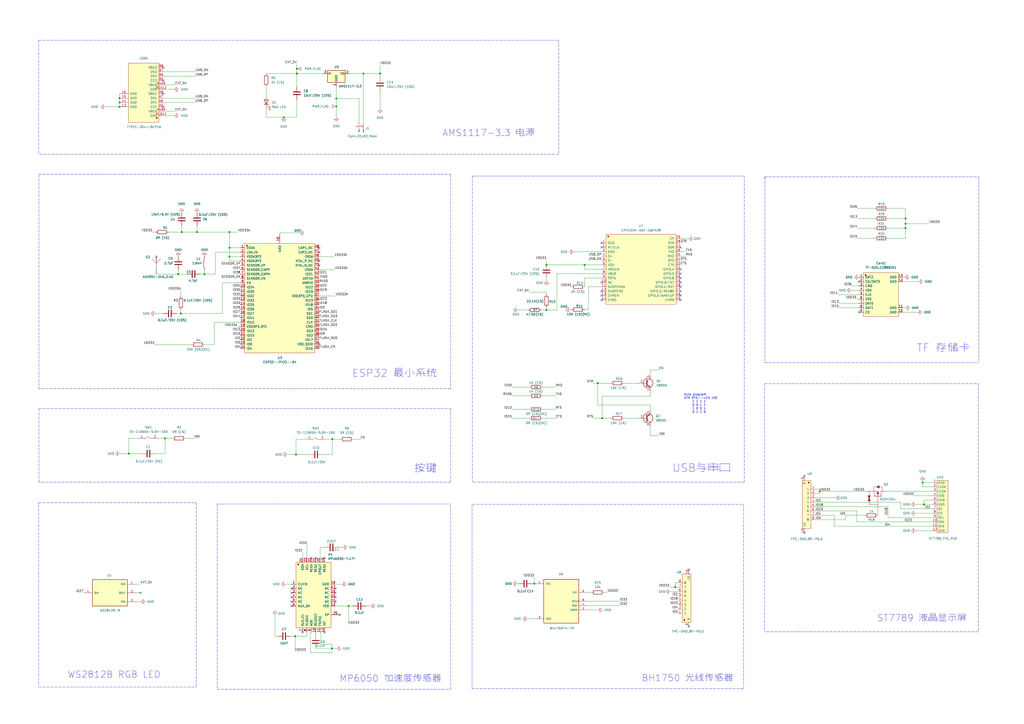
<source format=kicad_sch>
(kicad_sch (version 20211123) (generator eeschema)
  (paper "A2")
  (title_block (title "Egret") (date "2022-06-13") (rev "Hank") (company "www.UinIO.com"))
  (lib_symbols
    (symbol "CP2102N-A02-GQFN28_1" (pin_names (offset 1.016))
      (property "Reference" "U" (at 0 22.8854 0))
      (property "Value" "CP2102N-A02-GQFN28_1" (at 0 27.9908 0))
      (symbol "CP2102N-A02-GQFN28_1_1_1"
        (pin input line (at -22.86 15.24 0) (length 2.54) (name "DCD") (number "1"))
        (pin input line (at -22.86 -7.62 0) (length 2.54) (name "NC") (number "10"))
        (pin input line (at -22.86 -10.16 0) (length 2.54) (name "SUSPENDb") (number "11"))
        (pin input line (at -22.86 -12.7 0) (length 2.54) (name "SUSPEND") (number "12"))
        (pin input line (at -22.86 -15.24 0) (length 2.54) (name "CHREN") (number "13"))
        (pin input line (at -22.86 -17.78 0) (length 2.54) (name "CHR1") (number "14"))
        (pin input line (at 22.86 -17.78 180) (length 2.54) (name "CHR0") (number "15"))
        (pin input line (at 22.86 -15.24 180) (length 2.54) (name "GPIO.3/WAKEUP") (number "16"))
        (pin input line (at 22.86 -12.7 180) (length 2.54) (name "GPIO.2/RS485") (number "17"))
        (pin input line (at 22.86 -10.16 180) (length 2.54) (name "GPIO.1/RXT") (number "18"))
        (pin input line (at 22.86 -7.62 180) (length 2.54) (name "GPIO.0/TXT") (number "19"))
        (pin input line (at -22.86 12.7 0) (length 2.54) (name "RI/CLK") (number "2"))
        (pin input line (at 22.86 -5.08 180) (length 2.54) (name "GPIO.6") (number "20"))
        (pin input line (at 22.86 -2.54 180) (length 2.54) (name "GPIO.5") (number "21"))
        (pin input line (at 22.86 0 180) (length 2.54) (name "GPIO.4") (number "22"))
        (pin input line (at 22.86 2.54 180) (length 2.54) (name "CTS") (number "23"))
        (pin input line (at 22.86 5.08 180) (length 2.54) (name "RTS") (number "24"))
        (pin input line (at 22.86 7.62 180) (length 2.54) (name "RXD") (number "25"))
        (pin input line (at 22.86 10.16 180) (length 2.54) (name "TXD") (number "26"))
        (pin input line (at 22.86 12.7 180) (length 2.54) (name "DSR") (number "27"))
        (pin input line (at 22.86 15.24 180) (length 2.54) (name "DTR") (number "28"))
        (pin input line (at 22.86 17.78 180) (length 2.54) (name "EP") (number "29"))
        (pin input line (at -22.86 10.16 0) (length 2.54) (name "GND") (number "3"))
        (pin input line (at -22.86 7.62 0) (length 2.54) (name "D+") (number "4"))
        (pin input line (at -22.86 5.08 0) (length 2.54) (name "D-") (number "5"))
        (pin input line (at -22.86 2.54 0) (length 2.54) (name "VDD") (number "6"))
        (pin input line (at -22.86 0 0) (length 2.54) (name "VREGIN") (number "7"))
        (pin input line (at -22.86 -2.54 0) (length 2.54) (name "VBUS") (number "8"))
        (pin input line (at -22.86 -5.08 0) (length 2.54) (name "RSTb") (number "9"))
      )
    )
    (symbol "Connector:Conn_01x02_Male" (pin_names (offset 1.016) hide)
      (property "Reference" "J" (at 0 2.54 0))
      (property "Value" "Conn_01x02_Male" (at 0 -5.08 0))
      (symbol "Conn_01x02_Male_1_1"
        (pin passive line (at 5.08 0 180) (length 3.81) (name "Pin_1") (number "1"))
        (pin passive line (at 5.08 -2.54 180) (length 3.81) (name "Pin_2") (number "2"))
      )
    )
    (symbol "Device:C" (pin_numbers hide) (pin_names (offset 0.254))
      (property "Reference" "C" (at 0.635 2.54 0))
      (property "Value" "C" (at 0.635 -2.54 0))
      (symbol "C_1_1"
        (pin passive line (at 0 3.81 270) (length 2.794) (name "~") (number "1"))
        (pin passive line (at 0 -3.81 90) (length 2.794) (name "~") (number "2"))
      )
    )
    (symbol "Device:L" (pin_numbers hide) (pin_names (offset 1.016) hide)
      (property "Reference" "L" (at -1.27 0 90))
      (property "Value" "L" (at 1.905 0 90))
      (symbol "L_1_1"
        (pin passive line (at 0 3.81 270) (length 1.27) (name "1") (number "1"))
        (pin passive line (at 0 -3.81 90) (length 1.27) (name "2") (number "2"))
      )
    )
    (symbol "Device:LED" (pin_numbers hide) (pin_names (offset 1.016) hide)
      (property "Reference" "D" (at 0 2.54 0))
      (property "Value" "LED" (at 0 -2.54 0))
      (symbol "LED_1_1"
        (pin passive line (at -3.81 0 0) (length 2.54) (name "K") (number "1"))
        (pin passive line (at 3.81 0 180) (length 2.54) (name "A") (number "2"))
      )
    )
    (symbol "Device:R" (pin_numbers hide) (pin_names (offset 0))
      (property "Reference" "R" (at 2.032 0 90))
      (property "Value" "R" (at 0 0 90))
      (symbol "R_1_1"
        (pin passive line (at 0 3.81 270) (length 1.27) (name "~") (number "1"))
        (pin passive line (at 0 -3.81 90) (length 1.27) (name "~") (number "2"))
      )
    )
    (symbol "MPU6050-YJLTY_1" (pin_names (offset 1.016))
      (property "Reference" "U" (at 0 24.7396 0))
      (property "Value" "MPU6050-YJLTY_1" (at 0 29.8196 0))
      (symbol "MPU6050-YJLTY_1_1_1"
        (pin input line (at -12.7 6.35 0) (length 2.54) (name "CLKIN") (number "1"))
        (pin input line (at 1.27 -21.59 90) (length 2.54) (name "REGOUT") (number "10"))
        (pin input line (at 3.81 -21.59 90) (length 2.54) (name "FSYNC") (number "11"))
        (pin input line (at 6.35 -21.59 90) (length 2.54) (name "INT") (number "12"))
        (pin input line (at 12.7 -6.35 180) (length 2.54) (name "VDD") (number "13"))
        (pin input line (at 12.7 -3.81 180) (length 2.54) (name "NC") (number "14"))
        (pin input line (at 12.7 -1.27 180) (length 2.54) (name "NC") (number "15"))
        (pin input line (at 12.7 1.27 180) (length 2.54) (name "NC") (number "16"))
        (pin input line (at 12.7 3.81 180) (length 2.54) (name "NC") (number "17"))
        (pin input line (at 12.7 6.35 180) (length 2.54) (name "GND") (number "18"))
        (pin input line (at 6.35 21.59 270) (length 2.54) (name "RESV") (number "19"))
        (pin input line (at -12.7 3.81 0) (length 2.54) (name "NC") (number "2"))
        (pin input line (at 3.81 21.59 270) (length 2.54) (name "CPOUT") (number "20"))
        (pin input line (at 1.27 21.59 270) (length 2.54) (name "RESV") (number "21"))
        (pin input line (at -1.27 21.59 270) (length 2.54) (name "RESV") (number "22"))
        (pin input line (at -3.81 21.59 270) (length 2.54) (name "SCL") (number "23"))
        (pin input line (at -6.35 21.59 270) (length 2.54) (name "SDA") (number "24"))
        (pin input line (at 15.24 -11.43 180) (length 5.08) (name "EP") (number "25"))
        (pin input line (at -12.7 1.27 0) (length 2.54) (name "NC") (number "3"))
        (pin input line (at -12.7 -1.27 0) (length 2.54) (name "NC") (number "4"))
        (pin input line (at -12.7 -3.81 0) (length 2.54) (name "NC") (number "5"))
        (pin input line (at -12.7 -6.35 0) (length 2.54) (name "AUX_DA") (number "6"))
        (pin input line (at -6.35 -21.59 90) (length 2.54) (name "AUX_CL") (number "7"))
        (pin input line (at -3.81 -21.59 90) (length 2.54) (name "VLOGIC") (number "8"))
        (pin input line (at -1.27 -21.59 90) (length 2.54) (name "AD0") (number "9"))
      )
    )
    (symbol "Regulator_Linear:AMS1117-3.3" (pin_names (offset 0.254))
      (property "Reference" "U" (at -3.81 3.175 0))
      (property "Value" "AMS1117-3.3" (at 0 3.175 0))
      (symbol "AMS1117-3.3_1_1"
        (pin power_in line (at 0 -7.62 90) (length 2.54) (name "GND") (number "1"))
        (pin power_out line (at 7.62 0 180) (length 2.54) (name "VO") (number "2"))
        (pin power_in line (at -7.62 0 0) (length 2.54) (name "VI") (number "3"))
      )
    )
    (symbol "TYPEC-304J-BCP16_1" (pin_names (offset 1.016))
      (property "Reference" "USB" (at 0 19.05 0))
      (property "Value" "TYPEC-304J-BCP16_1" (at 0 24.13 0))
      (symbol "TYPEC-304J-BCP16_1_1_1"
        (pin input line (at 12.7 7.62 180) (length 5.08) (name "GND") (number "13"))
        (pin input line (at 12.7 5.08 180) (length 5.08) (name "GND") (number "14"))
        (pin input line (at 12.7 2.54 180) (length 5.08) (name "GND") (number "15"))
        (pin input line (at 12.7 0 180) (length 5.08) (name "GND") (number "16"))
        (pin input line (at -12.7 12.7 0) (length 2.54) (name "GND") (number "A1B12"))
        (pin input line (at -12.7 10.16 0) (length 2.54) (name "VBUS") (number "A4B9"))
        (pin input line (at -12.7 7.62 0) (length 2.54) (name "CC1") (number "A5"))
        (pin input line (at -12.7 5.08 0) (length 2.54) (name "DP1") (number "A6"))
        (pin input line (at -12.7 2.54 0) (length 2.54) (name "DN1") (number "A7"))
        (pin input line (at -12.7 0 0) (length 2.54) (name "SBU1") (number "A8"))
        (pin input line (at -12.7 -2.54 0) (length 2.54) (name "GND") (number "B1A12"))
        (pin input line (at -12.7 -5.08 0) (length 2.54) (name "VBUS") (number "B4A9"))
        (pin input line (at -12.7 -7.62 0) (length 2.54) (name "CC2") (number "B5"))
        (pin input line (at -12.7 -10.16 0) (length 2.54) (name "DP2") (number "B6"))
        (pin input line (at -12.7 -12.7 0) (length 2.54) (name "DN2") (number "B7"))
        (pin input line (at -12.7 -15.24 0) (length 2.54) (name "SBU2") (number "B8"))
      )
    )
    (symbol "Transistor_BJT:S8050" (pin_names (offset 0) hide)
      (property "Reference" "Q" (at 5.08 1.905 0))
      (property "Value" "S8050" (at 5.08 0 0))
      (symbol "S8050_1_1"
        (pin passive line (at 2.54 -5.08 90) (length 2.54) (name "E") (number "1"))
        (pin input line (at -5.08 0 0) (length 5.08) (name "B") (number "2"))
        (pin passive line (at 2.54 5.08 270) (length 2.54) (name "C") (number "3"))
      )
    )
    (symbol "Uinika:AN2051-245_2.4G" (pin_numbers hide) (pin_names (offset 1.016) hide)
      (property "Reference" "U?" (at 3.556 2.5401 0))
      (property "Value" "AN2051-245_2.4G" (at -25.273 -6.35 0))
      (symbol "AN2051-245_2.4G_1_1"
        (pin input line (at 0 -5.08 90) (length 2.54) (name "ANT") (number "1"))
        (pin input line (at 0 5.08 270) (length 2.54) (name "2") (number "2"))
      )
    )
    (symbol "Uinika:AO3415AL" (pin_numbers hide) (pin_names (offset 1.016) hide)
      (property "Reference" "Q" (at 0 7.874 0))
      (property "Value" "AO3415AL" (at 0 12.954 0))
      (symbol "AO3415AL_1_1"
        (pin input line (at -10.16 0 0) (length 2.032) (name "G") (number "1"))
        (pin input line (at 0 -7.62 90) (length 2.54) (name "S") (number "2"))
        (pin input line (at 0 5.08 270) (length 2.54) (name "D") (number "3"))
      )
    )
    (symbol "Uinika:BH1750FVI-TR" (pin_names (offset 1.016))
      (property "Reference" "U" (at -10.1854 13.462 0))
      (property "Value" "BH1750FVI-TR" (at -9.9314 -15.24 0))
      (symbol "BH1750FVI-TR_0_0"
        (pin power_in line (at 15.24 10.16 180) (length 5.08) (name "VCC") (number "1"))
        (pin input line (at -15.24 -5.08 0) (length 5.08) (name "ADDR") (number "2"))
        (pin power_in line (at 15.24 -10.16 180) (length 5.08) (name "GND") (number "3"))
        (pin bidirectional line (at -15.24 -2.54 0) (length 5.08) (name "SDA") (number "4"))
        (pin input line (at -15.24 5.08 0) (length 5.08) (name "DVI") (number "5"))
        (pin input clock (at -15.24 0 0) (length 5.08) (name "SCL") (number "6"))
      )
    )
    (symbol "Uinika:ESP32--PICO--D4" (pin_names (offset 1.016))
      (property "Reference" "U" (at 0 39.878 0))
      (property "Value" "ESP32--PICO--D4" (at 0 44.958 0))
      (symbol "ESP32--PICO--D4_1_1"
        (pin input line (at -22.86 29.21 0) (length 2.54) (name "VDDA") (number "1"))
        (pin input line (at -22.86 6.35 0) (length 2.54) (name "IO34") (number "10"))
        (pin input line (at -22.86 3.81 0) (length 2.54) (name "IO35") (number "11"))
        (pin input line (at -22.86 1.27 0) (length 2.54) (name "IO32") (number "12"))
        (pin input line (at -22.86 -1.27 0) (length 2.54) (name "IO33") (number "13"))
        (pin input line (at -22.86 -3.81 0) (length 2.54) (name "IO25") (number "14"))
        (pin input line (at -22.86 -6.35 0) (length 2.54) (name "IO26") (number "15"))
        (pin input line (at -22.86 -8.89 0) (length 2.54) (name "IO27") (number "16"))
        (pin input line (at -22.86 -11.43 0) (length 2.54) (name "IO14") (number "17"))
        (pin input line (at -22.86 -13.97 0) (length 2.54) (name "IO12") (number "18"))
        (pin input line (at -22.86 -16.51 0) (length 2.54) (name "VDD3P3_RTC") (number "19"))
        (pin input line (at -22.86 26.67 0) (length 2.54) (name "LNA_IN") (number "2"))
        (pin input line (at -22.86 -19.05 0) (length 2.54) (name "IO13") (number "20"))
        (pin input line (at -22.86 -21.59 0) (length 2.54) (name "IO15") (number "21"))
        (pin input line (at -22.86 -24.13 0) (length 2.54) (name "IO2") (number "22"))
        (pin input line (at -22.86 -26.67 0) (length 2.54) (name "IO0") (number "23"))
        (pin input line (at -22.86 -29.21 0) (length 2.54) (name "IO4") (number "24"))
        (pin input line (at 22.86 -29.21 180) (length 2.54) (name "IO16") (number "25"))
        (pin input line (at 22.86 -26.67 180) (length 2.54) (name "VDD_SDIO") (number "26"))
        (pin input line (at 22.86 -24.13 180) (length 2.54) (name "IO17") (number "27"))
        (pin input line (at 22.86 -21.59 180) (length 2.54) (name "SD2") (number "28"))
        (pin input line (at 22.86 -19.05 180) (length 2.54) (name "SD3") (number "29"))
        (pin input line (at -22.86 24.13 0) (length 2.54) (name "VDDA3P3") (number "3"))
        (pin input line (at 22.86 -16.51 180) (length 2.54) (name "CMD") (number "30"))
        (pin input line (at 22.86 -13.97 180) (length 2.54) (name "CLK") (number "31"))
        (pin input line (at 22.86 -11.43 180) (length 2.54) (name "SD0") (number "32"))
        (pin input line (at 22.86 -8.89 180) (length 2.54) (name "SD1") (number "33"))
        (pin input line (at 22.86 -6.35 180) (length 2.54) (name "IO5") (number "34"))
        (pin input line (at 22.86 -3.81 180) (length 2.54) (name "IO18") (number "35"))
        (pin input line (at 22.86 -1.27 180) (length 2.54) (name "IO23") (number "36"))
        (pin input line (at 22.86 1.27 180) (length 2.54) (name "VDD3P3_CPU") (number "37"))
        (pin input line (at 22.86 3.81 180) (length 2.54) (name "IO19") (number "38"))
        (pin input line (at 22.86 6.35 180) (length 2.54) (name "IO22") (number "39"))
        (pin input line (at -22.86 21.59 0) (length 2.54) (name "VDDA3P3") (number "4"))
        (pin input line (at 22.86 8.89 180) (length 2.54) (name "U0RXD") (number "40"))
        (pin input line (at 22.86 11.43 180) (length 2.54) (name "U0TXD") (number "41"))
        (pin input line (at 22.86 13.97 180) (length 2.54) (name "IO21") (number "42"))
        (pin input line (at 22.86 16.51 180) (length 2.54) (name "VDDA") (number "43"))
        (pin input line (at 22.86 19.05 180) (length 2.54) (name "XTAL_N_NC") (number "44"))
        (pin input line (at 22.86 21.59 180) (length 2.54) (name "XTAL_P_NC") (number "45"))
        (pin input line (at 22.86 24.13 180) (length 2.54) (name "VDDA") (number "46"))
        (pin input line (at 22.86 26.67 180) (length 2.54) (name "CAP2_NC") (number "47"))
        (pin input line (at 22.86 29.21 180) (length 2.54) (name "CAP1_NC") (number "48"))
        (pin input line (at 0 36.83 270) (length 5.08) (name "GND") (number "49"))
        (pin input line (at -22.86 19.05 0) (length 2.54) (name "SENSOR_VP") (number "5"))
        (pin input line (at -22.86 16.51 0) (length 2.54) (name "SENSOR_CAPP") (number "6"))
        (pin input line (at -22.86 13.97 0) (length 2.54) (name "SENSOR_CAPN") (number "7"))
        (pin input line (at -22.86 11.43 0) (length 2.54) (name "SENSOR_VN") (number "8"))
        (pin input line (at -22.86 8.89 0) (length 2.54) (name "EN") (number "9"))
      )
    )
    (symbol "Uinika:FPC-SMD_8P-P0.5" (pin_names (offset 1.016))
      (property "Reference" "U" (at 0 19.431 0))
      (property "Value" "FPC-SMD_8P-P0.5" (at 0 24.511 0))
      (symbol "FPC-SMD_8P-P0.5_1_1"
        (pin input line (at -3.81 8.89 0) (length 2.54) (name "1") (number "1"))
        (pin input line (at 2.54 -16.51 90) (length 2.54) (name "10") (number "10"))
        (pin input line (at -3.81 6.35 0) (length 2.54) (name "2") (number "2"))
        (pin input line (at -3.81 3.81 0) (length 2.54) (name "3") (number "3"))
        (pin input line (at -3.81 1.27 0) (length 2.54) (name "4") (number "4"))
        (pin input line (at -3.81 -1.27 0) (length 2.54) (name "5") (number "5"))
        (pin input line (at -3.81 -3.81 0) (length 2.54) (name "6") (number "6"))
        (pin input line (at -3.81 -6.35 0) (length 2.54) (name "7") (number "7"))
        (pin input line (at -3.81 -8.89 0) (length 2.54) (name "8") (number "8"))
        (pin input line (at 2.54 16.51 270) (length 2.54) (name "9") (number "9"))
      )
    )
    (symbol "Uinika:ST7789_FPC_PAD"
      (property "Reference" "U" (at -5.08 -11.43 0))
      (property "Value" "ST7789_FPC_PAD" (at -1.27 -45.72 0))
      (symbol "ST7789_FPC_PAD_1_1"
        (pin input line (at -7.62 -13.97 0) (length 2.54) (name "GND") (number "1"))
        (pin input line (at -7.62 -36.83 0) (length 2.54) (name "SDA") (number "10"))
        (pin input line (at -7.62 -39.37 0) (length 2.54) (name "RES") (number "11"))
        (pin input line (at -7.62 -41.91 0) (length 2.54) (name "GND") (number "12"))
        (pin input line (at -7.62 -16.51 0) (length 2.54) (name "LEDK") (number "2"))
        (pin input line (at -7.62 -19.05 0) (length 2.54) (name "LEDA") (number "3"))
        (pin input line (at -7.62 -21.59 0) (length 2.54) (name "VDD") (number "4"))
        (pin input line (at -7.62 -24.13 0) (length 2.54) (name "GND") (number "5"))
        (pin input line (at -7.62 -26.67 0) (length 2.54) (name "GND") (number "6"))
        (pin input line (at -7.62 -29.21 0) (length 2.54) (name "DC") (number "7"))
        (pin input line (at -7.62 -31.75 0) (length 2.54) (name "CS") (number "8"))
        (pin input line (at -7.62 -34.29 0) (length 2.54) (name "SCL") (number "9"))
      )
    )
    (symbol "Uinika:TD-1106SN-5.0H-160" (pin_names (offset 1.016) hide)
      (property "Reference" "SW" (at 0 5.1562 0))
      (property "Value" "TD-1106SN-5.0H-160" (at 0 10.2362 0))
      (symbol "TD-1106SN-5.0H-160_1_1"
        (pin input line (at -5.08 0 0) (length 2.54) (name "1") (number "1"))
        (pin input line (at 5.08 0 180) (length 2.54) (name "2") (number "2"))
      )
    )
    (symbol "Uinika:TF-02A_C2889261" (pin_names (offset 1.016))
      (property "Reference" "Card" (at 0 15.24 0))
      (property "Value" "TF-02A_C2889261" (at 0 20.32 0))
      (symbol "TF-02A_C2889261_1_1"
        (pin input line (at -12.7 10.16 0) (length 2.54) (name "DAT2") (number "1"))
        (pin input line (at 12.7 -10.16 180) (length 2.54) (name "GND") (number "10"))
        (pin input line (at 12.7 -7.62 180) (length 2.54) (name "GND") (number "11"))
        (pin input line (at 12.7 7.62 180) (length 2.54) (name "GND") (number "12"))
        (pin input line (at 12.7 10.16 180) (length 2.54) (name "GND") (number "13"))
        (pin input line (at -12.7 7.62 0) (length 2.54) (name "CD/DAT3") (number "2"))
        (pin input line (at -12.7 5.08 0) (length 2.54) (name "CMD") (number "3"))
        (pin input line (at -12.7 2.54 0) (length 2.54) (name "VDD") (number "4"))
        (pin input line (at -12.7 0 0) (length 2.54) (name "CLK") (number "5"))
        (pin input line (at -12.7 -2.54 0) (length 2.54) (name "VSS") (number "6"))
        (pin input line (at -12.7 -5.08 0) (length 2.54) (name "DAT0") (number "7"))
        (pin input line (at -12.7 -7.62 0) (length 2.54) (name "DAT1") (number "8"))
        (pin input line (at -12.7 -10.16 0) (length 2.54) (name "CD") (number "9"))
      )
    )
    (symbol "Uinika:WS2812B-B" (pin_names (offset 1.016))
      (property "Reference" "U" (at -10.16 8.128 0))
      (property "Value" "WS2812B-B" (at -10.16 -10.16 0))
      (symbol "WS2812B-B_0_0"
        (pin power_in line (at 15.24 5.08 180) (length 5.08) (name "VDD") (number "1"))
        (pin output line (at 15.24 0 180) (length 5.08) (name "DOUT") (number "2"))
        (pin power_in line (at 15.24 -5.08 180) (length 5.08) (name "VSS") (number "3"))
        (pin input line (at -15.24 0 0) (length 5.08) (name "DIN") (number "4"))
      )
    )
    (symbol "power:GND" (power) (pin_names (offset 0))
      (property "Value" "GND" (at 0 -3.81 0))
      (symbol "GND_1_1"
        (pin power_in line (at 0 0 270) (length 0) hide (name "GND") (number "1"))
      )
    )
    (symbol "power:PWR_FLAG" (power) (pin_numbers hide) (pin_names (offset 0) hide)
      (property "Value" "PWR_FLAG" (at 0 3.81 0))
      (symbol "PWR_FLAG_0_0"
        (pin power_out line (at 0 0 90) (length 0) (name "pwr") (number "1"))
      )
    )
  )
  (junction (at 525.272 126.746))
  (junction (at 202.184 351.536))
  (junction (at 172.212 39.878))
  (junction (at 195.072 57.15))
  (junction (at 535.178 279.908))
  (junction (at 171.196 369.062))
  (junction (at 339.09 153.67))
  (junction (at 133.096 148.844))
  (junction (at 104.902 181.864))
  (junction (at 525.272 129.794))
  (junction (at 69.342 61.976))
  (junction (at 69.342 59.436))
  (junction (at 210.82 42.672))
  (junction (at 118.618 159.004))
  (junction (at 133.096 134.62))
  (junction (at 192.532 376.174))
  (junction (at 95.758 254.254))
  (junction (at 69.342 56.896))
  (junction (at 349.25 242.57))
  (junction (at 105.41 134.62))
  (junction (at 195.072 61.722))
  (junction (at 74.676 263.144))
  (junction (at 172.212 42.672))
  (junction (at 309.88 338.582))
  (junction (at 164.592 68.072))
  (junction (at 391.668 340.614))
  (junction (at 192.786 254.762))
  (junction (at 114.3 134.62))
  (junction (at 171.704 263.652))
  (junction (at 346.71 222.25))
  (junction (at 133.096 143.764))
  (junction (at 103.378 159.004))
  (junction (at 475.488 284.988))
  (junction (at 525.272 132.334))
  (junction (at 316.992 179.832))
  (junction (at 316.992 153.67))
  (junction (at 220.472 42.672))
  (junction (at 535.94 292.608))
  (no_connect (at 348.996 171.45))
  (no_connect (at 194.564 348.996))
  (no_connect (at 94.742 61.976))
  (no_connect (at 180.594 323.596))
  (no_connect (at 498.348 181.102))
  (no_connect (at 94.742 46.736))
  (no_connect (at 188.214 323.596))
  (no_connect (at 498.348 163.322))
  (no_connect (at 348.996 168.91))
  (no_connect (at 94.742 39.116))
  (no_connect (at 394.716 171.45))
  (no_connect (at 394.716 143.51))
  (no_connect (at 348.996 140.97))
  (no_connect (at 169.164 343.916))
  (no_connect (at 90.678 148.844))
  (no_connect (at 348.996 173.99))
  (no_connect (at 188.214 366.776))
  (no_connect (at 399.542 363.474))
  (no_connect (at 185.166 151.384))
  (no_connect (at 81.534 343.916))
  (no_connect (at 169.164 351.536))
  (no_connect (at 394.716 166.37))
  (no_connect (at 185.166 153.924))
  (no_connect (at 348.996 163.83))
  (no_connect (at 348.996 143.51))
  (no_connect (at 185.166 199.644))
  (no_connect (at 466.598 309.118))
  (no_connect (at 394.716 163.83))
  (no_connect (at 466.598 276.098))
  (no_connect (at 399.542 330.454))
  (no_connect (at 183.134 323.596))
  (no_connect (at 394.716 156.21))
  (no_connect (at 169.164 348.996))
  (no_connect (at 194.564 346.456))
  (no_connect (at 394.716 173.99))
  (no_connect (at 197.104 356.616))
  (no_connect (at 175.514 366.776))
  (no_connect (at 194.564 341.376))
  (no_connect (at 194.564 343.916))
  (no_connect (at 185.166 146.304))
  (no_connect (at 394.716 158.75))
  (no_connect (at 394.716 161.29))
  (no_connect (at 94.742 54.356))
  (no_connect (at 394.716 168.91))
  (no_connect (at 169.164 341.376))
  (no_connect (at 169.164 346.456))
  (no_connect (at 185.166 143.764))
  (wire (pts (xy 391.668 340.614) (xy 393.192 340.614)))
  (wire (pts (xy 180.086 366.776) (xy 180.086 378.714)))
  (wire (pts (xy 195.072 61.722) (xy 195.072 67.818)))
  (wire (pts (xy 316.992 150.622) (xy 316.992 153.67)))
  (wire (pts (xy 185.166 148.844) (xy 194.056 148.844)))
  (wire (pts (xy 472.948 291.338) (xy 522.478 291.338)))
  (wire (pts (xy 104.902 168.402) (xy 104.902 171.958)))
  (wire (pts (xy 349.25 242.57) (xy 349.25 229.87)))
  (wire (pts (xy 535.178 279.908) (xy 541.02 279.908)))
  (wire (pts (xy 114.3 134.62) (xy 105.41 134.62)))
  (wire (pts (xy 94.742 64.516) (xy 101.6 64.516)))
  (wire (pts (xy 185.166 156.464) (xy 194.31 156.464)))
  (wire (pts (xy 178.054 366.776) (xy 178.054 369.062)))
  (wire (pts (xy 210.82 42.672) (xy 220.472 42.672)))
  (wire (pts (xy 522.478 291.338) (xy 522.478 295.148)))
  (wire (pts (xy 118.618 159.004) (xy 116.078 159.004)))
  (wire (pts (xy 525.272 129.794) (xy 525.272 132.334)))
  (wire (pts (xy 192.786 263.652) (xy 192.786 254.762)))
  (wire (pts (xy 314.706 237.49) (xy 322.326 237.49)))
  (wire (pts (xy 186.182 366.776) (xy 186.182 373.634)))
  (polyline (pts (xy 92.71 291.592) (xy 113.792 291.592)))
  (wire (pts (xy 171.196 369.062) (xy 171.196 377.952)))
  (wire (pts (xy 535.178 279.908) (xy 535.178 279.146)))
  (wire (pts (xy 394.716 146.05) (xy 397.764 146.05)))
  (wire (pts (xy 316.992 161.29) (xy 316.992 162.814)))
  (wire (pts (xy 339.09 156.21) (xy 348.996 156.21)))
  (wire (pts (xy 531.368 297.688) (xy 541.02 297.688)))
  (wire (pts (xy 541.02 282.448) (xy 535.178 282.448)))
  (polyline (pts (xy 22.352 23.368) (xy 324.104 23.368)))
  (wire (pts (xy 532.13 181.102) (xy 523.748 181.102)))
  (wire (pts (xy 486.664 176.022) (xy 498.348 176.022)))
  (wire (pts (xy 377.19 234.95) (xy 377.19 237.49)))
  (polyline (pts (xy 22.606 101.092) (xy 261.366 101.092)))
  (wire (pts (xy 475.488 284.988) (xy 501.65 284.988)))
  (wire (pts (xy 339.09 161.29) (xy 339.09 166.37)))
  (wire (pts (xy 124.968 159.004) (xy 124.968 146.304)))
  (wire (pts (xy 202.184 351.536) (xy 204.724 351.536)))
  (wire (pts (xy 183.134 376.174) (xy 192.532 376.174)))
  (wire (pts (xy 192.532 376.174) (xy 195.072 376.174)))
  (polyline (pts (xy 22.352 398.526) (xy 92.71 398.526)))
  (wire (pts (xy 188.214 254.762) (xy 192.786 254.762)))
  (wire (pts (xy 535.94 292.608) (xy 541.02 292.608)))
  (polyline (pts (xy 125.984 292.354) (xy 261.366 292.354)))
  (wire (pts (xy 524.764 160.782) (xy 523.748 160.782)))
  (wire (pts (xy 515.112 120.904) (xy 525.272 120.904)))
  (wire (pts (xy 74.676 263.144) (xy 82.296 263.144)))
  (wire (pts (xy 296.926 237.49) (xy 307.086 237.49)))
  (polyline (pts (xy 261.366 101.092) (xy 261.366 225.552)))
  (wire (pts (xy 133.096 134.62) (xy 137.922 134.62)))
  (wire (pts (xy 133.096 134.62) (xy 133.096 143.764)))
  (wire (pts (xy 359.41 348.742) (xy 340.868 348.742)))
  (wire (pts (xy 309.88 334.772) (xy 309.88 338.582)))
  (wire (pts (xy 525.272 138.176) (xy 515.112 138.176)))
  (wire (pts (xy 178.054 315.976) (xy 178.054 323.596)))
  (wire (pts (xy 61.214 61.976) (xy 69.342 61.976)))
  (wire (pts (xy 186.182 373.634) (xy 192.532 373.634)))
  (wire (pts (xy 195.072 57.15) (xy 195.072 61.722)))
  (wire (pts (xy 346.71 222.25) (xy 346.71 234.95)))
  (wire (pts (xy 94.742 181.864) (xy 90.17 181.864)))
  (polyline (pts (xy 567.436 222.504) (xy 567.436 366.522)))
  (wire (pts (xy 296.926 224.536) (xy 307.086 224.536)))
  (wire (pts (xy 114.3 134.62) (xy 133.096 134.62)))
  (wire (pts (xy 490.474 301.498) (xy 490.474 298.958)))
  (wire (pts (xy 341.376 166.37) (xy 348.996 166.37)))
  (wire (pts (xy 525.272 126.746) (xy 525.272 129.794)))
  (wire (pts (xy 139.446 148.844) (xy 133.096 148.844)))
  (wire (pts (xy 192.786 254.762) (xy 197.358 254.762)))
  (wire (pts (xy 78.994 348.996) (xy 81.534 348.996)))
  (wire (pts (xy 388.874 343.154) (xy 393.192 343.154)))
  (wire (pts (xy 377.19 217.17) (xy 377.19 214.63)))
  (wire (pts (xy 349.25 242.57) (xy 354.33 242.57)))
  (wire (pts (xy 187.198 263.652) (xy 192.786 263.652)))
  (polyline (pts (xy 328.422 292.608) (xy 273.812 292.608)))
  (wire (pts (xy 94.742 41.656) (xy 113.284 41.656)))
  (wire (pts (xy 139.446 189.484) (xy 137.668 189.484)))
  (wire (pts (xy 114.3 134.62) (xy 114.3 131.064)))
  (polyline (pts (xy 443.738 102.616) (xy 567.69 102.616)))
  (wire (pts (xy 185.674 323.596) (xy 185.674 317.5)))
  (wire (pts (xy 316.992 169.418) (xy 316.992 170.688)))
  (polyline (pts (xy 125.984 292.354) (xy 125.984 399.796)))
  (wire (pts (xy 202.692 42.672) (xy 210.82 42.672)))
  (wire (pts (xy 377.19 214.63) (xy 382.27 214.63)))
  (wire (pts (xy 497.078 296.418) (xy 497.078 302.768)))
  (wire (pts (xy 323.088 158.75) (xy 323.088 179.832)))
  (wire (pts (xy 212.344 351.536) (xy 214.884 351.536)))
  (wire (pts (xy 159.512 369.062) (xy 159.512 356.87)))
  (wire (pts (xy 316.992 153.67) (xy 339.09 153.67)))
  (wire (pts (xy 377.19 252.73) (xy 382.27 252.73)))
  (wire (pts (xy 296.926 229.616) (xy 307.086 229.616)))
  (wire (pts (xy 69.342 54.356) (xy 69.342 56.896)))
  (wire (pts (xy 348.996 158.75) (xy 323.088 158.75)))
  (polyline (pts (xy 92.71 398.526) (xy 113.792 398.526)))
  (wire (pts (xy 178.054 369.062) (xy 171.196 369.062)))
  (wire (pts (xy 525.272 129.794) (xy 538.988 129.794)))
  (wire (pts (xy 69.596 263.144) (xy 74.676 263.144)))
  (wire (pts (xy 300.482 179.832) (xy 306.324 179.832)))
  (wire (pts (xy 346.71 353.822) (xy 340.868 353.822)))
  (polyline (pts (xy 22.352 291.592) (xy 22.352 292.608)))
  (polyline (pts (xy 22.606 101.092) (xy 22.606 225.552)))
  (wire (pts (xy 162.306 135.128) (xy 162.306 136.144)))
  (polyline (pts (xy 261.366 279.654) (xy 22.606 279.654)))
  (wire (pts (xy 472.948 301.498) (xy 490.474 301.498)))
  (polyline (pts (xy 567.69 102.616) (xy 567.69 210.312)))
  (wire (pts (xy 180.086 366.776) (xy 180.594 366.776)))
  (wire (pts (xy 391.668 338.074) (xy 393.192 338.074)))
  (wire (pts (xy 309.88 338.582) (xy 308.61 338.582)))
  (wire (pts (xy 195.072 50.292) (xy 195.072 57.15)))
  (wire (pts (xy 361.95 242.57) (xy 369.57 242.57)))
  (wire (pts (xy 196.088 317.5) (xy 198.628 317.5)))
  (wire (pts (xy 497.332 138.176) (xy 507.492 138.176)))
  (wire (pts (xy 391.668 338.074) (xy 391.668 340.614)))
  (wire (pts (xy 133.096 148.844) (xy 133.096 151.384)))
  (wire (pts (xy 172.212 68.072) (xy 164.592 68.072)))
  (wire (pts (xy 124.968 146.304) (xy 139.446 146.304)))
  (wire (pts (xy 475.488 286.258) (xy 472.948 286.258)))
  (wire (pts (xy 388.366 340.614) (xy 391.668 340.614)))
  (polyline (pts (xy 328.422 292.608) (xy 431.292 292.608)))
  (wire (pts (xy 485.902 170.942) (xy 498.348 170.942)))
  (wire (pts (xy 483.87 298.958) (xy 483.87 305.308)))
  (wire (pts (xy 164.592 68.072) (xy 154.432 68.072)))
  (wire (pts (xy 313.944 179.832) (xy 316.992 179.832)))
  (wire (pts (xy 129.032 164.084) (xy 129.032 181.864)))
  (wire (pts (xy 522.478 295.148) (xy 541.02 295.148)))
  (wire (pts (xy 346.71 234.95) (xy 377.19 234.95)))
  (wire (pts (xy 377.19 229.87) (xy 377.19 227.33)))
  (wire (pts (xy 497.332 132.334) (xy 507.492 132.334)))
  (wire (pts (xy 515.112 132.334) (xy 525.272 132.334)))
  (wire (pts (xy 535.94 290.068) (xy 535.94 292.608)))
  (wire (pts (xy 185.166 171.704) (xy 194.564 171.704)))
  (wire (pts (xy 342.9 343.662) (xy 340.868 343.662)))
  (polyline (pts (xy 567.436 366.522) (xy 443.484 366.522)))
  (wire (pts (xy 94.742 56.896) (xy 113.284 56.896)))
  (polyline (pts (xy 324.104 89.408) (xy 22.352 89.408)))
  (wire (pts (xy 515.112 126.746) (xy 525.272 126.746)))
  (wire (pts (xy 166.878 263.652) (xy 171.704 263.652)))
  (wire (pts (xy 352.298 343.662) (xy 350.52 343.662)))
  (wire (pts (xy 377.19 247.65) (xy 377.19 252.73)))
  (wire (pts (xy 105.41 134.62) (xy 105.41 131.064)))
  (wire (pts (xy 394.716 148.59) (xy 397.764 148.59)))
  (polyline (pts (xy 22.606 236.982) (xy 22.606 279.654)))
  (wire (pts (xy 296.926 242.57) (xy 307.086 242.57)))
  (wire (pts (xy 88.392 134.62) (xy 90.17 134.62)))
  (wire (pts (xy 171.196 369.062) (xy 168.656 369.062)))
  (wire (pts (xy 220.472 52.832) (xy 220.472 62.992)))
  (polyline (pts (xy 443.738 102.616) (xy 443.738 210.312)))
  (wire (pts (xy 316.992 179.832) (xy 323.088 179.832)))
  (wire (pts (xy 497.332 120.904) (xy 507.492 120.904)))
  (polyline (pts (xy 113.792 291.592) (xy 113.792 398.526)))
  (wire (pts (xy 202.184 351.536) (xy 202.184 362.204)))
  (wire (pts (xy 74.676 254.254) (xy 74.676 263.144)))
  (wire (pts (xy 194.564 351.536) (xy 202.184 351.536)))
  (wire (pts (xy 185.674 317.5) (xy 188.468 317.5)))
  (wire (pts (xy 535.178 282.448) (xy 535.178 279.908)))
  (wire (pts (xy 332.994 146.05) (xy 348.996 146.05)))
  (wire (pts (xy 514.35 284.988) (xy 541.02 284.988)))
  (wire (pts (xy 95.758 263.144) (xy 95.758 254.254)))
  (wire (pts (xy 105.41 134.62) (xy 97.79 134.62)))
  (polyline (pts (xy 22.606 236.982) (xy 261.366 236.982)))
  (wire (pts (xy 472.948 296.418) (xy 497.078 296.418)))
  (wire (pts (xy 69.342 59.436) (xy 69.342 61.976)))
  (wire (pts (xy 186.182 366.776) (xy 185.674 366.776)))
  (wire (pts (xy 339.09 153.67) (xy 348.996 153.67)))
  (wire (pts (xy 171.704 263.652) (xy 179.578 263.652)))
  (wire (pts (xy 394.716 138.43) (xy 399.288 138.43)))
  (wire (pts (xy 89.916 263.144) (xy 95.758 263.144)))
  (wire (pts (xy 314.706 242.57) (xy 322.326 242.57)))
  (wire (pts (xy 208.28 71.374) (xy 208.28 57.15)))
  (polyline (pts (xy 273.812 292.608) (xy 273.812 399.542)))
  (wire (pts (xy 154.432 68.072) (xy 154.432 62.992)))
  (wire (pts (xy 314.706 224.536) (xy 322.326 224.536)))
  (wire (pts (xy 515.112 293.878) (xy 515.112 300.228)))
  (wire (pts (xy 316.992 178.308) (xy 316.992 179.832)))
  (wire (pts (xy 532.638 163.322) (xy 523.748 163.322)))
  (wire (pts (xy 208.28 57.15) (xy 195.072 57.15)))
  (polyline (pts (xy 443.738 102.616) (xy 443.738 103.886)))
  (wire (pts (xy 475.488 283.718) (xy 475.488 284.988)))
  (polyline (pts (xy 443.484 222.504) (xy 567.436 222.504)))
  (wire (pts (xy 472.948 293.878) (xy 515.112 293.878)))
  (wire (pts (xy 486.664 178.562) (xy 498.348 178.562)))
  (wire (pts (xy 103.378 159.004) (xy 90.678 159.004)))
  (wire (pts (xy 162.306 135.128) (xy 173.736 135.128)))
  (wire (pts (xy 154.432 42.672) (xy 172.212 42.672)))
  (wire (pts (xy 161.036 369.062) (xy 159.512 369.062)))
  (wire (pts (xy 172.212 37.084) (xy 172.212 39.878)))
  (wire (pts (xy 316.992 169.418) (xy 306.832 169.418)))
  (wire (pts (xy 361.95 222.25) (xy 369.57 222.25)))
  (wire (pts (xy 104.902 181.864) (xy 129.032 181.864)))
  (polyline (pts (xy 443.484 222.504) (xy 443.484 366.522)))
  (wire (pts (xy 95.758 254.254) (xy 100.076 254.254)))
  (wire (pts (xy 515.112 300.228) (xy 541.02 300.228)))
  (wire (pts (xy 78.994 343.916) (xy 81.534 343.916)))
  (wire (pts (xy 78.994 338.836) (xy 81.534 338.836)))
  (wire (pts (xy 339.09 161.29) (xy 348.996 161.29)))
  (wire (pts (xy 172.212 57.912) (xy 172.212 68.072)))
  (wire (pts (xy 494.03 168.402) (xy 498.348 168.402)))
  (wire (pts (xy 472.948 298.958) (xy 483.87 298.958)))
  (wire (pts (xy 133.096 143.764) (xy 139.446 143.764)))
  (polyline (pts (xy 261.366 236.982) (xy 261.366 279.654)))
  (wire (pts (xy 490.474 298.958) (xy 501.65 298.958)))
  (wire (pts (xy 154.432 50.292) (xy 154.432 55.372)))
  (wire (pts (xy 472.948 283.718) (xy 475.488 283.718)))
  (wire (pts (xy 530.098 287.528) (xy 541.02 287.528)))
  (polyline (pts (xy 22.352 292.608) (xy 22.352 398.018)))
  (wire (pts (xy 310.388 338.582) (xy 309.88 338.582)))
  (wire (pts (xy 359.41 351.282) (xy 340.868 351.282)))
  (wire (pts (xy 310.388 358.902) (xy 306.07 358.902)))
  (polyline (pts (xy 22.352 291.592) (xy 92.71 291.592)))
  (polyline (pts (xy 261.366 225.552) (xy 22.606 225.552)))
  (wire (pts (xy 112.522 254.254) (xy 107.696 254.254)))
  (wire (pts (xy 531.368 292.608) (xy 535.94 292.608)))
  (wire (pts (xy 525.018 178.562) (xy 523.748 178.562)))
  (wire (pts (xy 209.042 254.762) (xy 204.978 254.762)))
  (polyline (pts (xy 274.066 102.108) (xy 274.066 279.654)))
  (polyline (pts (xy 273.812 399.542) (xy 328.422 399.542)))
  (polyline (pts (xy 261.366 399.796) (xy 261.366 292.354)))
  (wire (pts (xy 124.206 186.944) (xy 124.206 199.898)))
  (wire (pts (xy 180.086 378.714) (xy 192.532 378.714)))
  (wire (pts (xy 104.902 179.578) (xy 104.902 181.864)))
  (wire (pts (xy 349.25 229.87) (xy 377.19 229.87)))
  (wire (pts (xy 497.332 126.746) (xy 507.492 126.746)))
  (polyline (pts (xy 125.984 399.796) (xy 261.366 399.796)))
  (wire (pts (xy 69.342 56.896) (xy 69.342 59.436)))
  (polyline (pts (xy 443.738 210.312) (xy 567.69 210.312)))
  (wire (pts (xy 165.862 338.836) (xy 169.164 338.836)))
  (wire (pts (xy 133.096 143.764) (xy 133.096 148.844)))
  (wire (pts (xy 89.662 199.898) (xy 110.998 199.898)))
  (wire (pts (xy 94.742 44.196) (xy 113.284 44.196)))
  (wire (pts (xy 192.532 373.634) (xy 192.532 376.174)))
  (wire (pts (xy 94.742 67.056) (xy 100.838 67.056)))
  (wire (pts (xy 139.446 186.944) (xy 124.206 186.944)))
  (wire (pts (xy 108.458 159.004) (xy 103.378 159.004)))
  (polyline (pts (xy 431.8 279.654) (xy 274.066 279.654)))
  (wire (pts (xy 94.742 51.816) (xy 100.838 51.816)))
  (wire (pts (xy 339.09 153.67) (xy 339.09 156.21)))
  (wire (pts (xy 103.378 159.004) (xy 103.378 156.464)))
  (wire (pts (xy 497.078 302.768) (xy 541.02 302.768)))
  (polyline (pts (xy 431.8 102.108) (xy 431.8 279.654)))
  (wire (pts (xy 171.704 254.762) (xy 171.704 263.652)))
  (wire (pts (xy 339.09 179.578) (xy 341.376 179.578)))
  (wire (pts (xy 172.212 42.672) (xy 187.452 42.672)))
  (wire (pts (xy 496.824 173.482) (xy 498.348 173.482)))
  (wire (pts (xy 314.706 229.616) (xy 322.326 229.616)))
  (wire (pts (xy 344.17 222.25) (xy 346.71 222.25)))
  (polyline (pts (xy 431.292 399.542) (xy 328.422 399.542)))
  (wire (pts (xy 344.17 242.57) (xy 349.25 242.57)))
  (polyline (pts (xy 22.352 23.368) (xy 22.352 89.408)))
  (wire (pts (xy 139.446 164.084) (xy 129.032 164.084)))
  (wire (pts (xy 220.472 37.592) (xy 220.472 42.672)))
  (wire (pts (xy 220.472 42.672) (xy 220.472 45.212)))
  (wire (pts (xy 183.134 366.776) (xy 183.134 368.554)))
  (wire (pts (xy 484.632 288.798) (xy 472.948 288.798)))
  (wire (pts (xy 483.87 305.308) (xy 541.02 305.308)))
  (wire (pts (xy 494.03 165.862) (xy 498.348 165.862)))
  (wire (pts (xy 74.676 254.254) (xy 81.026 254.254)))
  (wire (pts (xy 118.618 159.004) (xy 124.968 159.004)))
  (wire (pts (xy 172.212 39.878) (xy 172.212 42.672)))
  (wire (pts (xy 171.704 254.762) (xy 178.054 254.762)))
  (wire (pts (xy 94.742 49.276) (xy 101.6 49.276)))
  (wire (pts (xy 475.488 284.988) (xy 475.488 286.258)))
  (wire (pts (xy 118.618 199.898) (xy 124.206 199.898)))
  (wire (pts (xy 198.12 338.836) (xy 194.564 338.836)))
  (polyline (pts (xy 431.292 292.608) (xy 431.292 399.542)))
  (wire (pts (xy 509.27 295.148) (xy 509.27 298.958)))
  (wire (pts (xy 341.376 166.37) (xy 341.376 179.578)))
  (wire (pts (xy 102.362 181.864) (xy 104.902 181.864)))
  (wire (pts (xy 525.272 120.904) (xy 525.272 126.746)))
  (polyline (pts (xy 274.066 102.108) (xy 431.8 102.108)))
  (wire (pts (xy 192.532 376.174) (xy 192.532 378.714)))
  (wire (pts (xy 531.368 307.848) (xy 541.02 307.848)))
  (wire (pts (xy 300.99 338.582) (xy 300.228 338.582)))
  (wire (pts (xy 525.272 132.334) (xy 525.272 138.176)))
  (wire (pts (xy 139.446 151.384) (xy 133.096 151.384)))
  (polyline (pts (xy 324.104 23.368) (xy 324.104 89.408)))
  (wire (pts (xy 91.186 254.254) (xy 95.758 254.254)))
  (wire (pts (xy 118.618 159.004) (xy 118.618 156.464)))
  (wire (pts (xy 346.71 222.25) (xy 354.33 222.25)))
  (wire (pts (xy 175.514 320.294) (xy 175.514 323.596)))
  (wire (pts (xy 94.742 59.436) (xy 113.284 59.436)))
  (wire (pts (xy 330.962 179.578) (xy 331.47 179.578)))
  (wire (pts (xy 172.212 42.672) (xy 172.212 50.292)))
  (wire (pts (xy 541.02 290.068) (xy 535.94 290.068)))
  (wire (pts (xy 210.82 71.374) (xy 210.82 42.672)))
  (text "USB与串口" (at 389.89 274.32 0) (effects (font (size 4.572 4.572)) (justify left bottom)))
  (text "Auto program\nDTR RTS-->EN IO0\n     1 1 1 1\n     0 0 1 1\n     1 0 0 1\n     0 1 1 0" (at 396.6972 239.9284 0) (effects (font (size 1.27 1.27)) (justify left bottom)))
  (text "WS2812B RGB LED" (at 39.116 393.7 0) (effects (font (size 3.81 3.81)) (justify left bottom)))
  (text "TF 存储卡" (at 531.622 204.724 0) (effects (font (size 4.572 4.572)) (justify left bottom)))
  (text "AMS1117-3.3 电源" (at 256.54 79.502 0) (effects (font (size 3.81 3.81)) (justify left bottom)))
  (text "MP6050 加速度传感器" (at 196.85 395.986 0) (effects (font (size 3.81 3.81)) (justify left bottom)))
  (text "ST7789 液晶显示屏" (at 508.762 360.934 0) (effects (font (size 3.81 3.81)) (justify left bottom)))
  (text "BH1750 光线传感器" (at 372.11 395.732 0) (effects (font (size 3.81 3.81)) (justify left bottom)))
  (text "ESP32 最小系统\n" (at 204.216 219.202 0) (effects (font (size 4.318 4.318)) (justify left bottom)))
  (text "按键" (at 240.03 274.574 0) (effects (font (size 4.572 4.572)) (justify left bottom)))
  (label "VDD33A" (at 137.668 189.484 180))
  (label "IO15" (at 486.664 178.562 180))
  (label "IO18" (at 515.112 294.386 270))
  (label "IO5" (at 490.474 298.958 180))
  (label "VDD33" (at 475.488 284.988 0))
  (label "VDD33" (at 331.47 166.37 180))
  (label "IO38" (at 139.446 159.004 180))
  (label "IO2" (at 139.446 197.104 180))
  (label "IO4" (at 516.382 305.308 180))
  (label "EXT_5V" (at 81.534 338.836 0))
  (label "IO33" (at 359.41 348.742 0))
  (label "IO4" (at 393.192 353.314 180))
  (label "IO26" (at 494.03 165.862 180))
  (label "IO33" (at 139.446 174.244 180))
  (label "IO15" (at 497.332 138.176 180))
  (label "VDD33" (at 202.184 362.204 0))
  (label "IO13" (at 139.446 192.024 180))
  (label "IO27" (at 48.514 343.916 180))
  (label "IO23" (at 472.948 296.418 0))
  (label "RXD" (at 322.326 224.536 0))
  (label "IO13" (at 497.332 126.746 180))
  (label "TXD0" (at 185.166 161.544 0))
  (label "SENSOR_VP" (at 139.446 153.924 180))
  (label "RXD0" (at 185.166 164.084 0))
  (label "FLASH_SD2" (at 185.166 189.484 0))
  (label "IO5" (at 185.166 179.324 0))
  (label "EN" (at 209.042 254.762 0))
  (label "EXT_5V" (at 101.6 49.276 0))
  (label "IO14" (at 139.446 184.404 180))
  (label "RTS" (at 344.17 242.57 180))
  (label "IO5" (at 472.948 301.498 0))
  (label "IO13" (at 486.664 176.022 180))
  (label "IO19" (at 185.166 169.164 0))
  (label "IO21" (at 185.166 159.004 0))
  (label "VDD33" (at 88.392 134.62 180))
  (label "FLASH_SD1" (at 185.166 181.864 0))
  (label "VDD33" (at 220.472 37.592 0))
  (label "IO10" (at 185.166 192.024 0))
  (label "VDD33" (at 530.098 287.528 180))
  (label "IO23" (at 529.082 302.768 180))
  (label "IO15" (at 296.926 242.57 180))
  (label "IO37" (at 139.446 156.464 180))
  (label "CTS" (at 394.716 153.67 0))
  (label "VDD33A" (at 194.056 148.844 0))
  (label "FLASH_SD0" (at 185.166 197.104 0))
  (label "IO32" (at 359.41 351.282 0))
  (label "EXT_5V" (at 172.212 37.084 180))
  (label "IO5" (at 393.192 355.854 180))
  (label "VDD33" (at 496.824 173.482 180))
  (label "IO4" (at 472.948 298.958 0))
  (label "USB_DP" (at 113.284 59.436 0))
  (label "VDD33" (at 538.988 129.794 0))
  (label "IO23" (at 185.166 174.244 0))
  (label "IO0" (at 139.446 199.644 180))
  (label "VDD33" (at 89.662 199.898 180))
  (label "DTR" (at 394.716 140.97 0))
  (label "RTS" (at 394.716 151.13 0))
  (label "USB_DN" (at 348.996 151.13 180))
  (label "IO25" (at 139.446 176.784 180))
  (label "FLASH_SD3" (at 185.166 184.404 0))
  (label "IO27" (at 139.446 181.864 180))
  (label "USB_DN" (at 113.284 56.896 0))
  (label "VDD33A" (at 194.564 171.704 0))
  (label "USB_DP" (at 113.284 44.196 0))
  (label "VDD33" (at 352.298 343.662 0))
  (label "IO26" (at 497.332 120.904 180))
  (label "TXD" (at 322.326 229.616 0))
  (label "VDD33" (at 501.396 284.988 180))
  (label "VDD33" (at 388.366 340.614 180))
  (label "VDD33A" (at 137.922 134.62 0))
  (label "RXD" (at 397.764 148.59 0))
  (label "IO0" (at 112.522 254.254 0))
  (label "IO33" (at 178.054 315.976 180))
  (label "IO13" (at 296.926 237.49 180))
  (label "IO18" (at 393.192 348.234 180))
  (label "IO9" (at 185.166 194.564 0))
  (label "FLASH_CLK" (at 185.166 186.944 0))
  (label "EN" (at 382.27 214.63 0))
  (label "IO14" (at 497.332 132.334 180))
  (label "VDD33" (at 316.992 150.622 180))
  (label "IO23" (at 393.192 350.774 180))
  (label "IO14" (at 485.902 170.942 180))
  (label "DTR" (at 344.17 222.25 180))
  (label "SENSOR_VN" (at 139.446 161.544 180))
  (label "USB_DN" (at 113.284 41.656 0))
  (label "FLASH_CS" (at 185.166 202.184 0))
  (label "IO34" (at 139.446 166.624 180))
  (label "IO0" (at 382.27 252.73 0))
  (label "IO26" (at 139.446 179.324 180))
  (label "IO15" (at 139.446 194.564 180))
  (label "TXD0" (at 296.926 224.536 180))
  (label "IO18" (at 185.166 176.784 0))
  (label "IO22" (at 185.166 166.624 0))
  (label "VDD33A" (at 104.902 168.402 180))
  (label "VDD33A" (at 194.31 156.464 0))
  (label "EXT_5V" (at 306.832 169.418 180))
  (label "IO2" (at 393.192 345.694 180))
  (label "IO32" (at 139.446 171.704 180))
  (label "IO18" (at 472.948 293.878 0))
  (label "EXT_5V" (at 101.6 64.516 0))
  (label "VDD33" (at 171.196 377.952 0))
  (label "IO2" (at 539.75 295.148 180))
  (label "RTS" (at 322.326 237.49 0))
  (label "IO32" (at 175.514 320.294 180))
  (label "CTS" (at 322.326 242.57 0))
  (label "IO35" (at 139.446 169.164 180))
  (label "IO2" (at 472.948 291.338 0))
  (label "USB_DP" (at 348.996 148.59 180))
  (label "VDD33" (at 309.88 334.772 180))
  (label "RXD0" (at 296.926 229.616 180))
  (label "IO4" (at 139.446 202.184 180))
  (label "TXD" (at 397.764 146.05 0))
  (symbol (lib_id "Device:R") (at 346.71 343.662 90) (mirror x) (unit 1)
    (property "Reference" "R15" (at 346.71 337.947 90))
    (property "Value" "10k" (at 346.71 340.487 90))
    (property "Footprint" "Resistor_SMD:R_0603_1608Metric" (effects hide))
  )
  (symbol (lib_id "power:GND") (at 532.13 181.102 90) (unit 1)
    (property "Reference" "#PWR039" (effects hide))
    (property "Value" "GND" (at 535.94 181.1019 90) (effects (justify right)))
  )
  (symbol (lib_id "power:GND") (at 531.368 307.848 270) (unit 1)
    (property "Reference" "#PWR038" (effects hide))
    (property "Value" "GND" (at 523.748 307.848 90) (effects (justify left)))
  )
  (symbol (lib_id "power:GND") (at 300.482 179.832 270) (mirror x) (unit 1)
    (property "Reference" "#PWR023" (effects hide))
    (property "Value" "GND" (at 297.18 182.3212 90) (effects (justify left)))
  )
  (symbol (lib_id "Uinika:WS2812B-B") (at 63.754 343.916 0) (unit 1)
    (property "Reference" "U1" (at 63.5 333.756 0))
    (property "Value" "WS2812B-B" (at 63.754 354.076 0))
    (property "Footprint" "Uinika.Footprint:LED_WS2812B-B" (effects hide))
    (property "PARTREV" "5" (effects hide))
    (property "STANDARD" "Manufacturer Recommendations" (effects hide))
    (property "MAXIMUM_PACKAGE_HIEGHT" "1.62 mm" (effects hide))
    (property "MANUFACTURER" "Worldsemi" (effects hide))
  )
  (symbol (lib_id "power:GND") (at 61.214 61.976 270) (unit 1)
    (property "Reference" "#PWR01" (effects hide))
    (property "Value" "GND" (at 56.896 61.9759 90) (effects (justify right)))
  )
  (symbol (lib_id "Uinika:ST7789_FPC_PAD") (at 548.64 265.938 0) (unit 1)
    (property "Reference" "U10" (at 543.306 276.86 0) (effects (justify left)))
    (property "Value" "ST7789_FPC_PAD" (at 538.734 312.42 0) (effects (justify left)))
    (property "Footprint" "Uinika.Footprint:ST7789-FPC-PAD" (effects hide))
  )
  (symbol (lib_id "Uinika:FPC-SMD_8P-P0.5") (at 397.002 346.964 0) (mirror x) (unit 1)
    (property "Reference" "U8" (at 392.43 331.978 0) (effects (justify left)))
    (property "Value" "FPC-SMD_8P-P0.5" (at 389.636 366.268 0) (effects (justify left)))
    (property "Footprint" "Uinika.Footprint:FPC-SMD_8P-P0.5_C9900011879" (effects hide))
    (property "SuppliersPartNumber" "C9900011879" (effects hide))
    (property "uuid" "std:ded756c1a4944eb6a18660aa3f59834a" (effects hide))
  )
  (symbol (lib_id "Device:R") (at 358.14 242.57 270) (unit 1)
    (property "Reference" "R17" (at 357.124 240.03 90) (effects (justify left)))
    (property "Value" "10K (1%)" (at 354.076 245.364 90) (effects (justify left)))
    (property "Footprint" "Resistor_SMD:R_0603_1608Metric" (effects hide))
  )
  (symbol (lib_id "power:GND") (at 165.862 338.836 270) (unit 1)
    (property "Reference" "#PWR013" (effects hide))
    (property "Value" "GND" (at 158.242 338.836 90) (effects (justify left)))
  )
  (symbol (lib_id "Device:C") (at 304.8 338.582 270) (mirror x) (unit 1)
    (property "Reference" "C14" (at 307.594 342.9 90))
    (property "Value" "0.1uF" (at 302.768 342.9 90))
    (property "Footprint" "Capacitor_SMD:C_0603_1608Metric" (effects hide))
  )
  (symbol (lib_id "power:GND") (at 306.07 358.902 270) (mirror x) (unit 1)
    (property "Reference" "#PWR024" (effects hide))
    (property "Value" "GND" (at 302.26 358.9019 90) (effects (justify right)))
  )
  (symbol (lib_id "Device:L") (at 118.618 152.654 180) (unit 1)
    (property "Reference" "L1" (at 116.332 150.114 0) (effects (justify left)))
    (property "Value" "1.6nH" (at 117.094 152.654 0) (effects (justify left)))
    (property "Footprint" "Inductor_SMD:L_0603_1608Metric" (effects hide))
  )
  (symbol (lib_id "power:GND") (at 498.348 160.782 270) (unit 1)
    (property "Reference" "#PWR033" (effects hide))
    (property "Value" "GND" (at 494.538 160.7819 90) (effects (justify right)))
  )
  (symbol (lib_id "Device:C") (at 164.846 369.062 270) (unit 1)
    (property "Reference" "C7" (at 164.846 364.998 90))
    (property "Value" "10nF" (at 164.846 373.126 90))
    (property "Footprint" "Capacitor_SMD:C_0603_1608Metric" (effects hide))
  )
  (symbol (lib_id "power:GND") (at 388.874 343.154 270) (unit 1)
    (property "Reference" "#PWR029" (effects hide))
    (property "Value" "GND" (at 386.08 343.154 90) (effects (justify right)))
  )
  (symbol (lib_id "power:GND") (at 100.838 51.816 90) (unit 1)
    (property "Reference" "#PWR05" (effects hide))
    (property "Value" "GND" (at 104.902 51.8159 90) (effects (justify right)))
  )
  (symbol (lib_id "Device:C") (at 316.992 157.48 0) (mirror y) (unit 1)
    (property "Reference" "C15" (at 312.928 156.2099 0) (effects (justify left)))
    (property "Value" "0.1uF{slash}25V (10%)" (at 312.928 158.7499 0) (effects (justify left)))
    (property "Footprint" "Capacitor_SMD:C_0603_1608Metric" (effects hide))
  )
  (symbol (lib_name "TYPEC-304J-BCP16_1") (lib_id "Uinika:TYPEC-304J-BCP16") (at 82.042 54.356 180) (unit 1)
    (property "Reference" "USB1" (at 83.566 33.782 0))
    (property "Value" "TYPEC-304J-BCP16" (at 83.566 73.66 0))
    (property "Footprint" "Uinika.Footprint:USB-C-SMD_TYPEC-304J-BCP16" (effects hide))
    (property "SuppliersPartNumber" "C2835315" (effects hide))
    (property "uuid" "std:a4a246a50f944769b2896c50f579360f" (effects hide))
  )
  (symbol (lib_id "Device:C") (at 220.472 49.022 0) (unit 1)
    (property "Reference" "C13" (at 224.282 47.7519 0) (effects (justify left)))
    (property "Value" "10uF{slash}25V (10%)" (at 224.282 50.2919 0) (effects (justify left)))
    (property "Footprint" "Capacitor_SMD:C_0603_1608Metric" (effects hide))
  )
  (symbol (lib_id "Device:R") (at 310.896 237.49 90) (unit 1)
    (property "Reference" "R10" (at 310.896 237.744 90))
    (property "Value" "0R (1%)(NC)" (at 311.15 240.03 90))
    (property "Footprint" "Resistor_SMD:R_0603_1608Metric" (effects hide))
  )
  (symbol (lib_id "Device:R") (at 93.98 134.62 270) (unit 1)
    (property "Reference" "R1" (at 95.885 132.08 90))
    (property "Value" "0R (1%)" (at 94.234 137.922 90))
    (property "Footprint" "Resistor_SMD:R_0603_1608Metric" (effects hide))
  )
  (symbol (lib_id "Device:C") (at 192.278 317.5 90) (unit 1)
    (property "Reference" "C11" (at 194.818 318.77 90))
    (property "Value" "2.2nF" (at 192.278 313.944 90))
    (property "Footprint" "Capacitor_SMD:C_0603_1608Metric" (effects hide))
  )
  (symbol (lib_id "Uinika:TF-02A_C2889261") (at 511.048 170.942 0) (unit 1)
    (property "Reference" "Card1" (at 511.048 152.654 0))
    (property "Value" "TF-02A_C2889261" (at 511.048 155.194 0))
    (property "Footprint" "Uinika.Footprint:TF-SMD_TF-02" (effects hide))
    (property "SuppliersPartNumber" "C2889261" (effects hide))
    (property "uuid" "std:d296a76a79c743a0bd4ab3714a928763" (effects hide))
  )
  (symbol (lib_id "power:PWR_FLAG") (at 195.072 61.722 90) (unit 1)
    (property "Reference" "#FLG02" (effects hide))
    (property "Value" "PWR_FLAG" (at 190.754 61.7219 90) (effects (justify left)))
  )
  (symbol (lib_id "power:GND") (at 198.12 338.836 90) (unit 1)
    (property "Reference" "#PWR018" (effects hide))
    (property "Value" "GND" (at 201.93 338.8359 90) (effects (justify right)))
  )
  (symbol (lib_id "power:GND") (at 81.534 348.996 90) (unit 1)
    (property "Reference" "#PWR03" (effects hide))
    (property "Value" "GND" (at 85.344 348.9959 90) (effects (justify right)))
  )
  (symbol (lib_id "Device:LED") (at 154.432 59.182 90) (unit 1)
    (property "Reference" "D1" (at 157.734 59.4994 90) (effects (justify right)))
    (property "Value" "Red LED" (at 157.734 62.0394 90) (effects (justify right)))
    (property "Footprint" "LED_SMD:LED_0603_1608Metric" (effects hide))
  )
  (symbol (lib_id "power:GND") (at 532.638 163.322 90) (unit 1)
    (property "Reference" "#PWR040" (effects hide))
    (property "Value" "GND" (at 536.448 163.3219 90) (effects (justify right)))
  )
  (symbol (lib_id "power:GND") (at 494.03 168.402 270) (unit 1)
    (property "Reference" "#PWR032" (effects hide))
    (property "Value" "GND" (at 486.664 168.402 90) (effects (justify left)))
  )
  (symbol (lib_id "Uinika:ESP32--PICO--D4") (at 162.306 172.974 0) (unit 1)
    (property "Reference" "U3" (at 162.306 207.518 0))
    (property "Value" "ESP32--PICO--D4" (at 162.306 210.058 0))
    (property "Footprint" "Uinika.Footprint:QFN-48_L7.0-W7.0-P0.50-BL-EP5.4" (effects hide))
    (property "SuppliersPartNumber" "C9900003630" (effects hide))
    (property "uuid" "std:25a6733124ab434cb0efd53c1be814bf" (effects hide))
  )
  (symbol (lib_id "Device:R") (at 505.46 298.958 270) (unit 1)
    (property "Reference" "R18" (at 507.492 301.498 90) (effects (justify right)))
    (property "Value" "1k" (at 506.73 296.672 90) (effects (justify right)))
    (property "Footprint" "Resistor_SMD:R_0603_1608Metric" (effects hide))
  )
  (symbol (lib_id "power:GND") (at 100.838 67.056 90) (unit 1)
    (property "Reference" "#PWR06" (effects hide))
    (property "Value" "GND" (at 104.902 67.0559 90) (effects (justify right)))
  )
  (symbol (lib_id "power:GND") (at 346.71 353.822 90) (mirror x) (unit 1)
    (property "Reference" "#PWR028" (effects hide))
    (property "Value" "GND" (at 350.52 353.8219 90) (effects (justify right)))
  )
  (symbol (lib_id "Uinika:BH1750FVI-TR") (at 325.628 348.742 0) (mirror y) (unit 1)
    (property "Reference" "U6" (at 325.374 332.994 0))
    (property "Value" "BH1750FVI-TR" (at 325.882 364.49 0))
    (property "Footprint" "Uinika.Footprint:XDCR_BH1750FVI-TR" (effects hide))
    (property "MANUFACTURER" "Rohm" (effects hide))
    (property "MAXIMUM_PACKAGE_HEIGHT" "0.75mm" (effects hide))
    (property "PARTREV" "D" (effects hide))
    (property "STANDARD" "Manufacturer recommendations" (effects hide))
  )
  (symbol (lib_id "Regulator_Linear:AMS1117-3.3") (at 195.072 42.672 0) (unit 1)
    (property "Reference" "U5" (at 195.326 38.862 0))
    (property "Value" "AMS1117-3.3" (at 203.2 50.038 0))
    (property "Footprint" "Uinika.Footprint:SOT-23-3_L2.9-W1.6-P1.90-LS2.9-BL" (effects hide))
    (property "Datasheet" "http://www.advanced-monolithic.com/pdf/ds1117.pdf" (effects hide))
  )
  (symbol (lib_id "power:GND") (at 198.628 317.5 90) (unit 1)
    (property "Reference" "#PWR019" (effects hide))
    (property "Value" "GND" (at 202.438 317.4999 90) (effects (justify right)))
  )
  (symbol (lib_id "Device:C") (at 98.552 181.864 270) (unit 1)
    (property "Reference" "C2" (at 97.282 178.308 90) (effects (justify left)))
    (property "Value" "0.1uF/25V (10%)" (at 91.44 185.674 90) (effects (justify left)))
    (property "Footprint" "Capacitor_SMD:C_0603_1608Metric" (effects hide))
  )
  (symbol (lib_id "power:GND") (at 173.736 135.128 90) (unit 1)
    (property "Reference" "#PWR015" (effects hide))
    (property "Value" "GND" (at 170.561 133.731 90) (effects (justify right)))
  )
  (symbol (lib_id "Device:R") (at 310.896 229.616 90) (unit 1)
    (property "Reference" "R9" (at 310.896 229.87 90))
    (property "Value" "1K (1%)" (at 310.896 227.076 90))
    (property "Footprint" "Resistor_SMD:R_0603_1608Metric" (effects hide))
  )
  (symbol (lib_id "power:GND") (at 220.472 62.992 0) (unit 1)
    (property "Reference" "#PWR021" (effects hide))
    (property "Value" "GND" (at 220.472 68.326 0))
  )
  (symbol (lib_id "Device:R") (at 511.302 138.176 90) (unit 1)
    (property "Reference" "R22" (at 511.302 135.636 90))
    (property "Value" "10k" (at 511.302 138.176 90))
    (property "Footprint" "Resistor_SMD:R_0603_1608Metric" (effects hide))
  )
  (symbol (lib_id "power:GND") (at 525.018 178.562 90) (unit 1)
    (property "Reference" "#PWR035" (effects hide))
    (property "Value" "GND" (at 528.828 178.5619 90) (effects (justify right)))
  )
  (symbol (lib_id "Device:C") (at 112.268 159.004 270) (unit 1)
    (property "Reference" "C5" (at 109.474 157.734 90))
    (property "Value" "4.7pF" (at 112.014 162.814 90))
    (property "Footprint" "Capacitor_SMD:C_0603_1608Metric" (effects hide))
  )
  (symbol (lib_id "power:GND") (at 484.632 288.798 90) (mirror x) (unit 1)
    (property "Reference" "#PWR031" (effects hide))
    (property "Value" "GND" (at 487.426 288.798 90) (effects (justify right)))
  )
  (symbol (lib_id "power:GND") (at 105.41 123.444 180) (unit 1)
    (property "Reference" "#PWR08" (effects hide))
    (property "Value" "GND" (at 105.41 118.237 0))
  )
  (symbol (lib_id "power:GND") (at 535.178 279.146 180) (unit 1)
    (property "Reference" "#PWR041" (effects hide))
    (property "Value" "GND" (at 535.178 273.431 0))
  )
  (symbol (lib_id "Device:C") (at 103.378 152.654 180) (unit 1)
    (property "Reference" "C3" (at 100.33 149.86 0) (effects (justify left)))
    (property "Value" "2.7pF" (at 100.584 152.654 0) (effects (justify left)))
    (property "Footprint" "Capacitor_SMD:C_0603_1608Metric" (effects hide))
  )
  (symbol (lib_id "Device:C") (at 86.106 263.144 90) (unit 1)
    (property "Reference" "C1" (at 86.0552 259.2832 90))
    (property "Value" "0.1uF/25V (NC)" (at 86.4616 267.5636 90))
    (property "Footprint" "Capacitor_SMD:C_0603_1608Metric" (effects hide))
  )
  (symbol (lib_id "Device:R") (at 310.896 242.57 90) (unit 1)
    (property "Reference" "R11" (at 310.896 242.824 90))
    (property "Value" "0R (1%)(NC)" (at 311.15 245.364 90))
    (property "Footprint" "Resistor_SMD:R_0603_1608Metric" (effects hide))
  )
  (symbol (lib_id "power:GND") (at 114.3 123.444 180) (unit 1)
    (property "Reference" "#PWR09" (effects hide))
    (property "Value" "GND" (at 114.3 118.237 0))
  )
  (symbol (lib_id "Device:C") (at 208.534 351.536 90) (mirror x) (unit 1)
    (property "Reference" "C12" (at 208.534 347.726 90))
    (property "Value" "0.1uF" (at 208.534 355.346 90))
    (property "Footprint" "Capacitor_SMD:C_0603_1608Metric" (effects hide))
  )
  (symbol (lib_id "Device:R") (at 114.808 199.898 270) (unit 1)
    (property "Reference" "R4" (at 113.792 197.358 90) (effects (justify left)))
    (property "Value" "10K (5%)(NC)" (at 108.204 202.692 90) (effects (justify left)))
    (property "Footprint" "Resistor_SMD:R_0603_1608Metric" (effects hide))
  )
  (symbol (lib_id "power:GND") (at 164.592 68.072 0) (unit 1)
    (property "Reference" "#PWR012" (effects hide))
    (property "Value" "GND" (at 164.592 73.406 0))
  )
  (symbol (lib_id "power:GND") (at 195.072 67.818 0) (unit 1)
    (property "Reference" "#PWR016" (effects hide))
    (property "Value" "GND" (at 195.072 73.152 0))
  )
  (symbol (lib_id "Device:R") (at 511.302 132.334 90) (unit 1)
    (property "Reference" "R21" (at 511.302 129.794 90))
    (property "Value" "10k" (at 511.302 132.334 90))
    (property "Footprint" "Resistor_SMD:R_0603_1608Metric" (effects hide))
  )
  (symbol (lib_id "power:GND") (at 118.618 148.844 180) (unit 1)
    (property "Reference" "#PWR010" (effects hide))
    (property "Value" "GND" (at 118.618 144.907 0))
  )
  (symbol (lib_id "Uinika:FPC-SMD_8P-P0.5") (at 469.138 292.608 0) (mirror y) (unit 1)
    (property "Reference" "U9" (at 470.916 274.828 0) (effects (justify left)))
    (property "Value" "FPC-SMD_8P-P0.5" (at 477.266 312.674 0) (effects (justify left)))
    (property "Footprint" "Uinika.Footprint:FPC-SMD_8P-P0.5_C9900011879" (effects hide))
    (property "SuppliersPartNumber" "C9900011879" (effects hide))
    (property "uuid" "std:ded756c1a4944eb6a18660aa3f59834a" (effects hide))
  )
  (symbol (lib_id "power:GND") (at 300.228 338.582 270) (mirror x) (unit 1)
    (property "Reference" "#PWR022" (effects hide))
    (property "Value" "GND" (at 297.053 338.5819 90) (effects (justify right)))
  )
  (symbol (lib_id "Device:C") (at 105.41 127.254 180) (unit 1)
    (property "Reference" "C4" (at 101.6254 127.3302 0) (effects (justify left)))
    (property "Value" "10uF{slash}6.3V (10%)" (at 104.521 124.333 0) (effects (justify left)))
    (property "Footprint" "Capacitor_SMD:C_0603_1608Metric" (effects hide))
  )
  (symbol (lib_id "Uinika:TD-1106SN-5.0H-160") (at 86.106 254.254 0) (unit 1)
    (property "Reference" "SW1" (at 86.106 247.904 0))
    (property "Value" "TD-1106SN-5.0H-160" (at 86.106 250.444 0))
    (property "Footprint" "Uinika.Footprint:SW-SMD_L6.0-W3.3-LS8.0-1" (effects hide))
    (property "SuppliersPartNumber" "C2905168" (effects hide))
    (property "uuid" "std:53707a93fbef45c0b587cd3fb63e4200" (effects hide))
  )
  (symbol (lib_id "Device:C") (at 114.3 127.254 180) (unit 1)
    (property "Reference" "C6" (at 120.2436 127.127 0) (effects (justify left)))
    (property "Value" "0.1uF{slash}25V (10%)" (at 132.08 124.46 0) (effects (justify left)))
    (property "Footprint" "Capacitor_SMD:C_0603_1608Metric" (effects hide))
  )
  (symbol (lib_id "Device:R") (at 358.14 222.25 270) (unit 1)
    (property "Reference" "R16" (at 357.124 219.71 90) (effects (justify left)))
    (property "Value" "10K (1%)" (at 354.076 225.044 90) (effects (justify left)))
    (property "Footprint" "Resistor_SMD:R_0603_1608Metric" (effects hide))
  )
  (symbol (lib_id "Device:R") (at 310.896 224.536 90) (unit 1)
    (property "Reference" "R8" (at 310.896 224.79 90))
    (property "Value" "1K (1%)" (at 310.896 221.996 90))
    (property "Footprint" "Resistor_SMD:R_0603_1608Metric" (effects hide))
  )
  (symbol (lib_name "MPU6050-YJLTY_1") (lib_id "Uinika:MPU6050-YJLTY") (at 181.864 345.186 0) (unit 1)
    (property "Reference" "U4" (at 190.2334 321.564 0) (effects (justify left)))
    (property "Value" "MPU6050-YJLTY" (at 190.2334 324.104 0) (effects (justify left)))
    (property "Footprint" "Uinika.Footprint:QFN-24_L4.0-W4.0-P0.50-BL-EP2.7" (effects hide))
    (property "SuppliersPartNumber" "C2912107" (effects hide))
    (property "uuid" "std:3cc9ba716f874e4ea9f1020722a1063e" (effects hide))
  )
  (symbol (lib_id "power:GND") (at 69.596 263.144 270) (unit 1)
    (property "Reference" "#PWR02" (effects hide))
    (property "Value" "GND" (at 66.3956 263.1439 90) (effects (justify right)))
  )
  (symbol (lib_id "Uinika:TD-1106SN-5.0H-160") (at 183.134 254.762 0) (unit 1)
    (property "Reference" "SW2" (at 183.134 248.412 0))
    (property "Value" "TD-1106SN-5.0H-160" (at 183.134 250.952 0))
    (property "Footprint" "Uinika.Footprint:SW-SMD_L6.0-W3.3-LS8.0-1" (effects hide))
    (property "SuppliersPartNumber" "C2905168" (effects hide))
    (property "uuid" "std:53707a93fbef45c0b587cd3fb63e4200" (effects hide))
  )
  (symbol (lib_id "power:GND") (at 214.884 351.536 90) (mirror x) (unit 1)
    (property "Reference" "#PWR020" (effects hide))
    (property "Value" "GND" (at 218.694 351.5361 90) (effects (justify right)))
  )
  (symbol (lib_id "Device:R") (at 154.432 46.482 0) (unit 1)
    (property "Reference" "R5" (at 157.226 45.2119 0) (effects (justify left)))
    (property "Value" "2k (1%)" (at 157.226 47.7519 0) (effects (justify left)))
    (property "Footprint" "Resistor_SMD:R_0603_1608Metric" (effects hide))
  )
  (symbol (lib_id "power:GND") (at 330.962 179.578 270) (unit 1)
    (property "Reference" "#PWR026" (effects hide))
    (property "Value" "GND" (at 325.0692 177.8 90) (effects (justify left)))
  )
  (symbol (lib_id "Device:R") (at 310.134 179.832 90) (mirror x) (unit 1)
    (property "Reference" "R7" (at 311.912 179.832 90) (effects (justify left)))
    (property "Value" "47.5K(1%)" (at 315.214 182.372 90) (effects (justify left)))
    (property "Footprint" "Resistor_SMD:R_0603_1608Metric" (effects hide))
  )
  (symbol (lib_id "Device:R") (at 511.302 126.746 90) (unit 1)
    (property "Reference" "R20" (at 511.302 124.206 90))
    (property "Value" "10k" (at 511.302 126.746 90))
    (property "Footprint" "Resistor_SMD:R_0603_1608Metric" (effects hide))
  )
  (symbol (lib_id "power:GND") (at 90.17 181.864 270) (unit 1)
    (property "Reference" "#PWR04" (effects hide))
    (property "Value" "GND" (at 84.836 181.864 90))
  )
  (symbol (lib_id "power:GND") (at 524.764 160.782 90) (unit 1)
    (property "Reference" "#PWR034" (effects hide))
    (property "Value" "GND" (at 528.574 160.7819 90) (effects (justify right)))
  )
  (symbol (lib_id "Device:C") (at 183.388 263.652 90) (unit 1)
    (property "Reference" "C10" (at 183.3372 259.7912 90))
    (property "Value" "0.1uF/25V" (at 183.7436 268.0716 90))
    (property "Footprint" "Capacitor_SMD:C_0603_1608Metric" (effects hide))
  )
  (symbol (lib_id "power:GND") (at 159.512 356.87 180) (unit 1)
    (property "Reference" "#PWR011" (effects hide))
    (property "Value" "GND" (at 163.322 355.854 0))
  )
  (symbol (lib_id "Transistor_BJT:S8050") (at 374.65 222.25 0) (unit 1)
    (property "Reference" "Q1" (at 380.746 220.9799 0) (effects (justify left)))
    (property "Value" "S8050" (at 380.746 223.5199 0) (effects (justify left)))
    (property "Footprint" "Package_TO_SOT_SMD:SOT-23" (effects hide))
    (property "Datasheet" "http://www.unisonic.com.tw/datasheet/S8050.pdf" (effects hide))
  )
  (symbol (lib_id "Uinika:AN2051-245_2.4G") (at 90.678 153.924 0) (unit 1)
    (property "Reference" "U2" (at 84.328 149.098 0) (effects (justify left)))
    (property "Value" "AN2051-245_2.4G" (at 82.7024 160.5788 0) (effects (justify left)))
    (property "Footprint" "Uinika.Footprint:ANT-SMD_L5.0-W2.0" (effects hide))
    (property "SuppliersPartNumber" "C9900013451" (effects hide))
    (property "uuid" "std:84fb528918ac4c7eab50ee31a30f8b93" (effects hide))
  )
  (symbol (lib_id "power:GND") (at 399.288 138.43 90) (unit 1)
    (property "Reference" "#PWR030" (effects hide))
    (property "Value" "GND" (at 402.336 138.43 90) (effects (justify right)))
  )
  (symbol (lib_id "power:GND") (at 316.992 162.814 0) (mirror y) (unit 1)
    (property "Reference" "#PWR025" (effects hide))
    (property "Value" "GND" (at 314.96 164.0839 0) (effects (justify left)))
  )
  (symbol (lib_id "Device:C") (at 183.134 372.364 180) (unit 1)
    (property "Reference" "C9" (at 187.198 372.364 0))
    (property "Value" "0.1uF" (at 185.928 374.65 0))
    (property "Footprint" "Capacitor_SMD:C_0603_1608Metric" (effects hide))
  )
  (symbol (lib_id "Transistor_BJT:S8050") (at 374.65 242.57 0) (mirror x) (unit 1)
    (property "Reference" "Q2" (at 380.238 241.2999 0) (effects (justify left)))
    (property "Value" "S8050" (at 380.238 243.8399 0) (effects (justify left)))
    (property "Footprint" "Package_TO_SOT_SMD:SOT-23" (effects hide))
    (property "Datasheet" "http://www.unisonic.com.tw/datasheet/S8050.pdf" (effects hide))
  )
  (symbol (lib_id "Device:R") (at 511.302 120.904 90) (unit 1)
    (property "Reference" "R19" (at 511.302 118.364 90))
    (property "Value" "10k" (at 511.302 120.904 90))
    (property "Footprint" "Resistor_SMD:R_0603_1608Metric" (effects hide))
  )
  (symbol (lib_id "Connector:Conn_01x02_Male") (at 208.28 76.454 90) (unit 1)
    (property "Reference" "J1" (at 211.836 74.5489 90) (effects (justify right)))
    (property "Value" "Conn_01x02_Male" (at 201.676 78.994 90) (effects (justify right)))
    (property "Footprint" "Connector_PinHeader_2.54mm:PinHeader_1x02_P2.54mm_Vertical" (effects hide))
  )
  (symbol (lib_id "Device:C") (at 172.212 54.102 0) (unit 1)
    (property "Reference" "C8" (at 176.022 52.8319 0) (effects (justify left)))
    (property "Value" "10uF{slash}25V (10%)" (at 176.022 55.3719 0) (effects (justify left)))
    (property "Footprint" "Capacitor_SMD:C_0603_1608Metric" (effects hide))
  )
  (symbol (lib_id "Device:R") (at 103.886 254.254 90) (unit 1)
    (property "Reference" "R2" (at 103.886 247.9548 90))
    (property "Value" "0R (1%)" (at 103.886 250.4948 90))
    (property "Footprint" "Resistor_SMD:R_0603_1608Metric" (effects hide))
  )
  (symbol (lib_id "power:GND") (at 195.072 376.174 90) (unit 1)
    (property "Reference" "#PWR017" (effects hide))
    (property "Value" "GND" (at 198.882 376.1739 90) (effects (justify right)))
  )
  (symbol (lib_id "Device:R") (at 104.902 175.768 0) (unit 1)
    (property "Reference" "R3" (at 100.584 174.244 0) (effects (justify left)))
    (property "Value" "0.1uF{slash}25V (10%)" (at 106.426 174.244 0) (effects (justify left)))
    (property "Footprint" "Resistor_SMD:R_0603_1608Metric" (effects hide))
  )
  (symbol (lib_id "power:GND") (at 103.378 148.844 180) (unit 1)
    (property "Reference" "#PWR07" (effects hide))
    (property "Value" "GND" (at 103.378 144.907 0))
  )
  (symbol (lib_id "power:GND") (at 332.994 146.05 270) (unit 1)
    (property "Reference" "#PWR027" (effects hide))
    (property "Value" "GND" (at 329.184 146.0499 90) (effects (justify right)))
  )
  (symbol (lib_id "Device:R") (at 335.28 179.578 270) (unit 1)
    (property "Reference" "R14" (at 334.1116 177.4952 90) (effects (justify left)))
    (property "Value" "10K (1%)(NC)" (at 328.7268 182.2704 90) (effects (justify left)))
    (property "Footprint" "Resistor_SMD:R_0603_1608Metric" (effects hide))
  )
  (symbol (lib_id "Device:R") (at 201.168 254.762 90) (unit 1)
    (property "Reference" "R6" (at 201.168 248.4628 90))
    (property "Value" "0R (1%)" (at 201.168 251.0028 90))
    (property "Footprint" "Resistor_SMD:R_0603_1608Metric" (effects hide))
  )
  (symbol (lib_id "Uinika:AO3415AL") (at 509.27 284.988 270) (mirror x) (unit 1)
    (property "Reference" "Q3" (at 512.572 280.924 90) (effects (justify left)))
    (property "Value" "AO3415AL" (at 510.286 289.56 90) (effects (justify left)))
    (property "Footprint" "Uinika.Footprint:SOT-23-3_L2.9-W1.6-P1.90-LS2.9-BL" (effects hide))
    (property "SuppliersPartNumber" "C358677" (effects hide))
    (property "uuid" "std:d3dac7fa03454d6d8635ee630f92e0ec" (effects hide))
  )
  (symbol (lib_name "CP2102N-A02-GQFN28_1") (lib_id "Uinika:CP2102N-A02-GQFN28") (at 371.856 156.21 0) (unit 1)
    (property "Reference" "U7" (at 371.856 131.064 0))
    (property "Value" "CP2102N-A02-GQFN28" (at 371.856 133.604 0))
    (property "Footprint" "Uinika.Footprint:QFN-28_L5.0-W5.0-P0.50-TL-EP3.3" (effects hide))
    (property "SuppliersPartNumber" "C1550553" (effects hide))
    (property "uuid" "std:4b00ef28dd1e4f2f91fed219dc408408" (effects hide))
  )
  (symbol (lib_id "Device:R") (at 335.28 166.37 270) (unit 1)
    (property "Reference" "R13" (at 334.3148 164.2364 90) (effects (justify left)))
    (property "Value" "2K (1%)" (at 331.216 169.164 90) (effects (justify left)))
    (property "Footprint" "Resistor_SMD:R_0603_1608Metric" (effects hide))
  )
  (symbol (lib_id "Device:R") (at 316.992 174.498 0) (mirror y) (unit 1)
    (property "Reference" "R12" (at 322.326 175.006 0) (effects (justify left)))
    (property "Value" "22.1K(1%)" (at 315.468 174.752 0) (effects (justify left)))
    (property "Footprint" "Resistor_SMD:R_0603_1608Metric" (effects hide))
  )
  (symbol (lib_id "power:GND") (at 166.878 263.652 270) (unit 1)
    (property "Reference" "#PWR014" (effects hide))
    (property "Value" "GND" (at 163.6776 263.6519 90) (effects (justify right)))
  )
  (symbol (lib_id "power:GND") (at 531.368 292.608 270) (unit 1)
    (property "Reference" "#PWR036" (effects hide))
    (property "Value" "GND" (at 523.748 292.608 90) (effects (justify left)))
  )
  (symbol (lib_id "power:PWR_FLAG") (at 172.212 39.878 270) (unit 1)
    (property "Reference" "#FLG01" (effects hide))
    (property "Value" "PWR_FLAG" (at 176.53 39.8779 90) (effects (justify left)))
  )
  (symbol (lib_id "power:GND") (at 531.368 297.688 270) (unit 1)
    (property "Reference" "#PWR037" (effects hide))
    (property "Value" "GND" (at 523.748 297.688 90) (effects (justify left)))
  )
)
</source>
